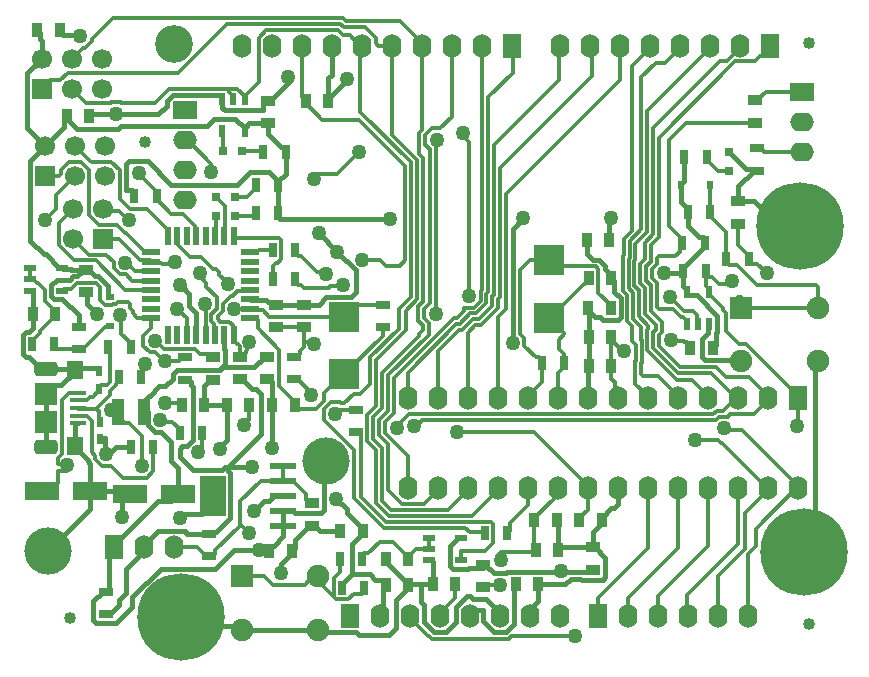
<source format=gtl>
G04*
G04 #@! TF.GenerationSoftware,Altium Limited,Altium Designer,24.9.1 (31)*
G04*
G04 Layer_Physical_Order=1*
G04 Layer_Color=255*
%FSLAX44Y44*%
%MOMM*%
G71*
G04*
G04 #@! TF.SameCoordinates,CB504186-4DDD-4C07-9CBA-7D3857A53BA6*
G04*
G04*
G04 #@! TF.FilePolarity,Positive*
G04*
G01*
G75*
%ADD16R,0.7000X1.3000*%
%ADD17R,1.3000X0.7000*%
%ADD18R,2.2000X3.5000*%
%ADD19R,2.2000X0.6000*%
%ADD20R,0.6000X0.9000*%
%ADD21R,1.3000X0.9000*%
%ADD22R,2.6000X2.5000*%
%ADD23R,0.9000X1.3000*%
%ADD24R,0.5500X1.0000*%
%ADD25R,1.5000X0.5000*%
%ADD26R,0.5000X1.5000*%
%ADD27R,1.0000X2.2000*%
%ADD28R,0.8000X0.8000*%
%ADD29R,0.8000X0.8000*%
%ADD30R,1.4000X1.6000*%
%ADD31R,1.9000X1.9000*%
%ADD32R,1.3500X0.4000*%
%ADD33R,1.0000X0.5500*%
%ADD34R,0.6858X0.5588*%
%ADD35R,0.5588X0.6858*%
%ADD36R,3.0000X1.6000*%
%ADD68C,1.9000*%
%ADD69R,1.9000X1.9000*%
%ADD72C,1.0160*%
%ADD73C,0.3000*%
%ADD74C,0.4000*%
%ADD75R,1.6000X2.0000*%
%ADD76O,1.6000X2.0000*%
%ADD77C,7.4000*%
%ADD78C,3.2000*%
%ADD79C,4.0000*%
%ADD80O,2.0000X1.6000*%
%ADD81R,2.0000X1.6000*%
%ADD82C,1.7000*%
%ADD83R,1.7000X1.7000*%
%ADD84R,1.7000X1.7000*%
G04:AMPARAMS|DCode=85|XSize=2mm|YSize=1.2mm|CornerRadius=0.3mm|HoleSize=0mm|Usage=FLASHONLY|Rotation=0.000|XOffset=0mm|YOffset=0mm|HoleType=Round|Shape=RoundedRectangle|*
%AMROUNDEDRECTD85*
21,1,2.0000,0.6000,0,0,0.0*
21,1,1.4000,1.2000,0,0,0.0*
1,1,0.6000,0.7000,-0.3000*
1,1,0.6000,-0.7000,-0.3000*
1,1,0.6000,-0.7000,0.3000*
1,1,0.6000,0.7000,0.3000*
%
%ADD85ROUNDEDRECTD85*%
%ADD86C,1.2700*%
D16*
X96500Y381000D02*
D03*
X115500D02*
D03*
X199500Y366000D02*
D03*
X218500D02*
D03*
Y390000D02*
D03*
X199500D02*
D03*
X154000Y180000D02*
D03*
X135000D02*
D03*
X74500Y253000D02*
D03*
X93500D02*
D03*
X102500Y227000D02*
D03*
X83500D02*
D03*
X93500Y168000D02*
D03*
X112500D02*
D03*
X214000Y310000D02*
D03*
X233000D02*
D03*
Y335000D02*
D03*
X214000D02*
D03*
X393500Y95000D02*
D03*
X412500D02*
D03*
X580500Y317000D02*
D03*
X561500D02*
D03*
X225000Y418000D02*
D03*
X206000D02*
D03*
X460500Y239000D02*
D03*
X441500D02*
D03*
X581500Y414000D02*
D03*
X562500D02*
D03*
X560500Y341000D02*
D03*
X579500D02*
D03*
X584500Y367000D02*
D03*
X565500D02*
D03*
X272500Y49000D02*
D03*
X291500D02*
D03*
X10000Y255000D02*
D03*
X29000D02*
D03*
X598000Y327000D02*
D03*
X617000D02*
D03*
X289500Y73000D02*
D03*
X270500D02*
D03*
D17*
X140000Y244000D02*
D03*
Y225000D02*
D03*
X307000Y288500D02*
D03*
Y269500D02*
D03*
X624000Y402000D02*
D03*
Y421000D02*
D03*
X50000Y270000D02*
D03*
Y251000D02*
D03*
X284000Y180500D02*
D03*
Y199500D02*
D03*
X232000Y225500D02*
D03*
Y244500D02*
D03*
X73000Y26500D02*
D03*
Y45500D02*
D03*
X160000Y94500D02*
D03*
Y75500D02*
D03*
D18*
X163000Y127000D02*
D03*
D19*
X222750Y152400D02*
D03*
Y139700D02*
D03*
Y127000D02*
D03*
Y114300D02*
D03*
Y101600D02*
D03*
D20*
X67000Y232500D02*
D03*
Y217500D02*
D03*
X68000Y189500D02*
D03*
Y174500D02*
D03*
D21*
X608000Y376000D02*
D03*
Y357000D02*
D03*
X485000Y64000D02*
D03*
Y83000D02*
D03*
X217000Y269500D02*
D03*
Y288500D02*
D03*
X247000Y101500D02*
D03*
Y120500D02*
D03*
X240000Y269500D02*
D03*
Y288500D02*
D03*
X163000Y244000D02*
D03*
Y225000D02*
D03*
X209000Y244500D02*
D03*
Y225500D02*
D03*
X622000Y461500D02*
D03*
Y442500D02*
D03*
X210000Y442000D02*
D03*
Y461000D02*
D03*
X56000Y299000D02*
D03*
Y318000D02*
D03*
X186000Y244500D02*
D03*
Y225500D02*
D03*
X392000Y49500D02*
D03*
Y68500D02*
D03*
D22*
X448000Y326000D02*
D03*
Y277000D02*
D03*
X274000Y229500D02*
D03*
Y278500D02*
D03*
D23*
X473500Y106000D02*
D03*
X492500D02*
D03*
X436500Y81000D02*
D03*
X455500D02*
D03*
X435500Y106000D02*
D03*
X454500D02*
D03*
X500500Y311000D02*
D03*
X481500D02*
D03*
X481000Y286000D02*
D03*
X500000D02*
D03*
X481500Y261000D02*
D03*
X500500D02*
D03*
X481500Y237000D02*
D03*
X500500D02*
D03*
X586500Y252000D02*
D03*
X567500D02*
D03*
X309500Y73000D02*
D03*
X328500D02*
D03*
X230000Y80000D02*
D03*
X211000D02*
D03*
X242000Y461000D02*
D03*
X261000D02*
D03*
X137000Y204000D02*
D03*
X156000D02*
D03*
X39500Y448000D02*
D03*
X58500D02*
D03*
X194000Y204000D02*
D03*
X175000D02*
D03*
X232500D02*
D03*
X213500D02*
D03*
X419500Y52000D02*
D03*
X438500D02*
D03*
X309500Y51000D02*
D03*
X328500D02*
D03*
X368500Y52000D02*
D03*
X349500D02*
D03*
X14500Y521000D02*
D03*
X33500D02*
D03*
X480000Y343000D02*
D03*
X499000D02*
D03*
X271000Y97000D02*
D03*
X290000D02*
D03*
X29500Y281000D02*
D03*
X10500D02*
D03*
D24*
X564500Y272500D02*
D03*
X574000D02*
D03*
X583500D02*
D03*
X564500Y299500D02*
D03*
X583500D02*
D03*
X171000Y436000D02*
D03*
X190000D02*
D03*
X171000Y463000D02*
D03*
X180500D02*
D03*
X190000D02*
D03*
D25*
X111000Y325000D02*
D03*
Y317000D02*
D03*
Y309000D02*
D03*
Y301000D02*
D03*
Y293000D02*
D03*
Y285000D02*
D03*
Y277000D02*
D03*
X195000D02*
D03*
Y285000D02*
D03*
Y293000D02*
D03*
Y301000D02*
D03*
Y309000D02*
D03*
Y317000D02*
D03*
Y325000D02*
D03*
Y333000D02*
D03*
X111000D02*
D03*
D26*
X125000Y263000D02*
D03*
X133000D02*
D03*
X141000D02*
D03*
X149000D02*
D03*
X157000D02*
D03*
X165000D02*
D03*
X173000D02*
D03*
X181000D02*
D03*
Y347000D02*
D03*
X173000D02*
D03*
X165000D02*
D03*
X157000D02*
D03*
X149000D02*
D03*
X141000D02*
D03*
X133000D02*
D03*
X125000D02*
D03*
D27*
X83000Y198000D02*
D03*
X105000D02*
D03*
D28*
X600000Y402000D02*
D03*
Y418000D02*
D03*
D29*
X188000Y419000D02*
D03*
X172000D02*
D03*
X182000Y364000D02*
D03*
X166000D02*
D03*
X182000Y380000D02*
D03*
X166000D02*
D03*
D30*
X46505Y169000D02*
D03*
Y233000D02*
D03*
D31*
X22005Y189000D02*
D03*
Y213000D02*
D03*
D32*
X48755Y188000D02*
D03*
Y194500D02*
D03*
Y201000D02*
D03*
Y207500D02*
D03*
Y214000D02*
D03*
D33*
X35500Y300500D02*
D03*
Y319500D02*
D03*
X8500Y300500D02*
D03*
Y310000D02*
D03*
Y319500D02*
D03*
X373000Y72000D02*
D03*
Y91000D02*
D03*
X346000Y72000D02*
D03*
Y81500D02*
D03*
Y91000D02*
D03*
D34*
X76000Y295192D02*
D03*
Y270808D02*
D03*
D35*
X559808Y390000D02*
D03*
X584192D02*
D03*
D36*
X18500Y131000D02*
D03*
X59500D02*
D03*
X134000Y128000D02*
D03*
X93000D02*
D03*
D68*
X610500Y240500D02*
D03*
X675500D02*
D03*
Y285500D02*
D03*
X252500Y58500D02*
D03*
Y13500D02*
D03*
X187500D02*
D03*
D69*
X610500Y285500D02*
D03*
X187500Y58500D02*
D03*
D72*
X42000Y23000D02*
D03*
X106000Y426000D02*
D03*
X668000Y510000D02*
D03*
Y18000D02*
D03*
D73*
X134250Y241250D02*
X137000Y244000D01*
X140000D01*
X123000Y241250D02*
X134250D01*
X110070Y248150D02*
X114556D01*
X121456Y241250D01*
X123000D01*
X147850Y251100D02*
X151950Y247000D01*
X121950Y251100D02*
X147850D01*
X115050Y258000D02*
X121950Y251100D01*
X104078Y231760D02*
Y236722D01*
Y231760D02*
X104169Y231669D01*
X104078Y236722D02*
X105656Y238300D01*
X102500Y230000D02*
X104169Y231669D01*
X102500Y227000D02*
Y230000D01*
X104300Y253920D02*
Y262080D01*
X111000Y268780D02*
Y277000D01*
X104300Y262080D02*
X111000Y268780D01*
X114150Y258000D02*
X115050D01*
X104300Y253920D02*
X110070Y248150D01*
X78052Y288125D02*
X78825Y288898D01*
X80879D02*
X82981Y291000D01*
X85400Y264100D02*
Y279410D01*
X84903Y279907D02*
X85400Y279410D01*
X71894Y288125D02*
X78052D01*
X78825Y288898D02*
X80879D01*
X82981Y291000D02*
X91133D01*
X370200Y181100D02*
X434700D01*
X370000Y180900D02*
X370200Y181100D01*
X335645Y186101D02*
X340295Y190750D01*
X588784D01*
X591798Y193764D01*
X434700Y181100D02*
X480550Y135250D01*
X586913Y195950D02*
X589727Y198764D01*
X591798Y193764D02*
X598935D01*
X348787Y195950D02*
X586913D01*
X348786Y195951D02*
X348787Y195950D01*
X589727Y198764D02*
X595346D01*
X328941Y195951D02*
X348786D01*
X333399Y186101D02*
X335645D01*
X296650Y244200D02*
X320500Y268050D01*
Y284643D02*
X331000Y295143D01*
X320500Y268050D02*
Y284643D01*
X301650Y242129D02*
X326500Y266979D01*
Y283572D02*
X336000Y293072D01*
X326500Y266979D02*
Y283572D01*
X541150Y253992D02*
X559107Y236035D01*
X536150Y251921D02*
Y265151D01*
X526150Y239149D02*
Y258851D01*
X552350Y257650D02*
X561850D01*
X551000Y259000D02*
X552350Y257650D01*
X541150Y253992D02*
Y263080D01*
X518000Y257507D02*
X521150Y254357D01*
X531150Y249850D02*
Y267222D01*
X521150Y241220D02*
Y254357D01*
X518000Y257507D02*
Y270645D01*
X531150Y249850D02*
X556031Y224969D01*
X536150Y251921D02*
X557035Y231035D01*
X500500Y259000D02*
X510500Y249000D01*
X541150Y263080D02*
X543172Y265102D01*
X510500Y249000D02*
X511300D01*
X187500Y101500D02*
X194000Y95000D01*
X194000D01*
X411160Y284946D02*
Y382160D01*
X401160Y297018D02*
Y424160D01*
X391160Y301160D02*
Y508000D01*
X396160Y299089D02*
Y464160D01*
X406160Y294947D02*
Y404160D01*
X389850Y299850D02*
X391160Y301160D01*
X389850Y291920D02*
Y299850D01*
X394850Y297779D02*
X396160Y299089D01*
X394850Y289849D02*
Y297779D01*
X399850Y287778D02*
Y295708D01*
X401160Y297018D01*
X423525Y263405D02*
Y317525D01*
Y263405D02*
X426850Y260080D01*
Y253650D02*
Y260080D01*
Y253650D02*
X436500Y244000D01*
X257463Y316537D02*
X259319Y314681D01*
X251462Y316537D02*
X257463D01*
X238000Y330000D02*
X251462Y316537D01*
X246681Y212318D02*
Y213818D01*
X235000Y225500D02*
X246681Y213818D01*
X268000Y196000D02*
X271500Y199500D01*
X267000Y196000D02*
X268000D01*
X77351Y199421D02*
X88772Y188000D01*
X64500Y200500D02*
X75750Y211750D01*
X66500Y191000D02*
Y198500D01*
X64500Y200500D02*
X66500Y198500D01*
X151000Y164000D02*
X152243D01*
X154000Y165757D01*
Y180000D01*
X32151Y148000D02*
X40000D01*
X32000Y153477D02*
Y158803D01*
Y153477D02*
X39173D01*
X40000Y152650D01*
X61550Y210550D02*
X67000Y216000D01*
X59005Y210550D02*
X61550D01*
X67000Y216000D02*
Y217500D01*
Y219000D02*
X68500Y220500D01*
X73500D01*
X76000Y223000D01*
X67000Y217500D02*
Y219000D01*
X76000Y223000D02*
Y251500D01*
X74500Y253000D02*
X76000Y251500D01*
X81000Y221500D02*
X83500Y224000D01*
X75750Y215679D02*
X81000Y220929D01*
Y221500D01*
X75750Y211750D02*
Y215679D01*
X92890Y285813D02*
X95775Y282928D01*
X88950Y301000D02*
X111000D01*
X63950Y326000D02*
X88950Y301000D01*
X92890Y285813D02*
Y289243D01*
X91133Y291000D02*
X92890Y289243D01*
X92000Y188000D02*
X103000Y177000D01*
X77080Y152150D02*
X87080Y142150D01*
X103000Y152000D02*
Y177000D01*
X107080Y142150D02*
X112850Y147920D01*
Y167650D01*
X112500Y168000D02*
X112850Y167650D01*
X87080Y142150D02*
X107080D01*
X68920Y152150D02*
X77080D01*
X88772Y188000D02*
X92000D01*
X66500Y191000D02*
X68000Y189500D01*
X49255Y200500D02*
X64500D01*
X83500Y224000D02*
Y227000D01*
X56455Y194000D02*
X60500Y189955D01*
Y163500D02*
Y189955D01*
X63150Y157920D02*
Y160850D01*
X60500Y163500D02*
X63150Y160850D01*
Y157920D02*
X68920Y152150D01*
X49255Y194000D02*
X56455D01*
X32000Y137500D02*
Y148151D01*
X32151Y148000D01*
X56455Y208000D02*
X59005Y210550D01*
X49255Y208000D02*
X56455D01*
X48755Y207500D02*
X49255Y208000D01*
X48755Y201000D02*
X49255Y200500D01*
X288000Y452000D02*
Y506440D01*
X289560Y508000D01*
X261300Y303000D02*
X262800Y304500D01*
X240000Y303000D02*
X261300D01*
X272800Y304500D02*
X273650Y305350D01*
X262800Y304500D02*
X272800D01*
X235000Y305000D02*
X238000D01*
X233000Y307000D02*
X235000Y305000D01*
X238000D02*
X240000Y303000D01*
X233000Y307000D02*
Y310000D01*
X304347Y326819D02*
X309631Y321535D01*
X289818Y326819D02*
X304347D01*
X309631Y321535D02*
X321535D01*
X221000Y327050D02*
Y342950D01*
X218950Y345000D02*
X221000Y342950D01*
X144250Y328800D02*
X152825D01*
X171367Y289367D02*
X178197Y296197D01*
X166206Y318550D02*
X168575Y316181D01*
X134000Y339050D02*
X144250Y328800D01*
X168575Y314060D02*
X175906Y306728D01*
X168575Y314060D02*
Y316181D01*
X152825Y328800D02*
X163075Y318550D01*
X157753Y303292D02*
X166367Y294678D01*
X157753Y303292D02*
Y307317D01*
X194000Y300000D02*
X195000Y301000D01*
X183789Y300000D02*
X194000D01*
X178197Y296197D02*
X179986D01*
X175906Y306047D02*
Y306728D01*
X163075Y318550D02*
X166206D01*
X179986Y296197D02*
X183789Y300000D01*
X152345Y312725D02*
Y315350D01*
Y312725D02*
X157753Y307317D01*
X120150Y323000D02*
X129300D01*
X131000Y324700D01*
X166367Y284920D02*
Y294678D01*
X167257Y276253D02*
X169510Y274000D01*
X194000Y285000D02*
X194500Y285500D01*
X157000Y265000D02*
Y288517D01*
X181217Y285000D02*
X194000D01*
X167257Y276253D02*
Y278739D01*
X162000Y280553D02*
X166367Y284920D01*
X162000Y274439D02*
Y280553D01*
X167257Y278739D02*
X171367Y282849D01*
X156517Y289000D02*
X157000Y288517D01*
X171367Y282849D02*
Y289367D01*
X180000Y264000D02*
Y270950D01*
X169510Y274000D02*
X176950D01*
X162000Y274439D02*
X164000Y272439D01*
X176950Y274000D02*
X180000Y270950D01*
X164000Y264000D02*
Y272439D01*
Y264000D02*
X165000Y263000D01*
X133000Y285000D02*
X141000Y277000D01*
X44000Y497000D02*
X44000D01*
X53150Y506150D02*
X55080D01*
X60850Y513850D02*
X78500Y531500D01*
X55080Y506150D02*
X60850Y511920D01*
Y513850D01*
X44000Y497000D02*
X53150Y506150D01*
X118350Y191055D02*
X120162Y189243D01*
X136000Y205000D02*
X137000Y204000D01*
X123000Y205000D02*
X136000D01*
X120162Y189243D02*
X128757D01*
X135000Y183000D01*
X125765Y471500D02*
X175200D01*
X113865Y459600D02*
X125765Y471500D01*
X85330Y459600D02*
X113865D01*
X76920Y459850D02*
X85080D01*
X85330Y459600D01*
X76670D02*
X76920Y459850D01*
X56000Y459600D02*
X76670D01*
X21000Y360000D02*
X30400Y369400D01*
X21000Y360000D02*
Y360000D01*
X30400Y381600D02*
X46400Y397600D01*
X30400Y369400D02*
Y381600D01*
X67536Y292484D02*
X71894Y288125D01*
X63950Y307000D02*
X67536Y303414D01*
Y292484D02*
Y303414D01*
X48050Y307000D02*
X63950D01*
X36750Y301750D02*
X42800D01*
X35500Y300500D02*
X36750Y301750D01*
X42800D02*
X48050Y307000D01*
X95775Y281643D02*
X97250Y280167D01*
X95775Y281643D02*
Y282928D01*
X53000Y251000D02*
X71514Y269514D01*
X97250Y278757D02*
X99008Y277000D01*
X97250Y278757D02*
Y280167D01*
X71514Y269514D02*
X74706D01*
X76000Y270808D01*
X50000Y251000D02*
X53000D01*
X31000D02*
X50000D01*
X16993Y264993D02*
Y266493D01*
X10000Y258000D02*
X16993Y264993D01*
Y266493D02*
X29500Y279000D01*
X10000Y255000D02*
Y258000D01*
X35505Y162308D02*
Y207950D01*
X32000Y158803D02*
X35505Y162308D01*
X25500Y131000D02*
X32000Y137500D01*
X18500Y131000D02*
X25500D01*
X35505Y207950D02*
X41055Y213500D01*
X85400Y264100D02*
X93500Y256000D01*
X213965Y51150D02*
X240820D01*
X248170Y58500D01*
X187500D02*
X206615D01*
X213965Y51150D01*
X248170Y58500D02*
X252500D01*
X165000Y80500D02*
X186000Y101500D01*
X157000Y75500D02*
X160000D01*
X163000D02*
X165000Y77500D01*
Y80500D01*
X160000Y75500D02*
X163000D01*
X315500Y88000D02*
X328500Y75000D01*
Y73000D02*
Y75000D01*
X294500Y78000D02*
X304500Y88000D01*
X315500D01*
X289500Y73000D02*
Y76000D01*
X291500Y78000D01*
X294500D01*
X392000Y49500D02*
X393800Y51300D01*
X406650D01*
X406850Y72000D02*
Y73635D01*
X404243Y76243D02*
X406850Y73635D01*
X404243Y76243D02*
X407000Y79000D01*
X434500D01*
X310108Y104750D02*
X371950D01*
X308037Y99750D02*
X376950D01*
X335234Y115000D02*
X362700D01*
X371950Y104750D02*
X388300D01*
X334985Y114750D02*
X335234Y115000D01*
X312179Y109750D02*
X337056D01*
X282500Y125287D02*
X308037Y99750D01*
X337305Y110000D02*
X380071D01*
X362700Y115000D02*
X378950Y131250D01*
X306650Y122350D02*
X314250Y114750D01*
X301650Y120279D02*
X312179Y109750D01*
X337056D02*
X337305Y110000D01*
X314250Y114750D02*
X334985D01*
X311650Y131487D02*
X323387Y119750D01*
X332913D02*
X333163Y120000D01*
X323387Y119750D02*
X332913D01*
X289000Y125858D02*
X310108Y104750D01*
X333163Y120000D02*
X342300D01*
X353550Y131250D01*
Y133250D01*
X382850Y109750D02*
X404350Y131250D01*
X380071Y110000D02*
X380321Y109750D01*
X382850D01*
X311650Y131487D02*
Y170199D01*
X282500Y125287D02*
Y165734D01*
X376950Y99750D02*
X380700Y96000D01*
X306650Y122350D02*
Y167278D01*
X289000Y125858D02*
Y178500D01*
X392500Y96000D02*
X393500Y95000D01*
X380700Y96000D02*
X392500D01*
X335000Y81500D02*
X346000D01*
X328500Y75000D02*
X335000Y81500D01*
X388300Y104750D02*
X388550Y105000D01*
X400500Y87050D02*
Y102950D01*
X388550Y105000D02*
X398450D01*
X252500Y58500D02*
X255561Y55438D01*
X413649Y5900D02*
X415749Y8000D01*
X348351Y5900D02*
X413649D01*
X346251Y8000D02*
X348351Y5900D01*
X345600Y8000D02*
X346251D01*
X368500Y40300D02*
Y52000D01*
X355600Y27400D02*
X368500Y40300D01*
X355600Y25400D02*
Y27400D01*
X595346Y198764D02*
X606032Y209450D01*
X598935Y193764D02*
X601121Y195950D01*
X595878Y183914D02*
X597470Y182321D01*
X611279D01*
X415749Y8000D02*
X470000D01*
X373500Y79750D02*
X393200D01*
X301650Y120279D02*
Y165207D01*
X257150Y191084D02*
Y200080D01*
X398450Y105000D02*
X400500Y102950D01*
X393200Y79750D02*
X400500Y87050D01*
X373000Y79250D02*
X373500Y79750D01*
X34029Y478600D02*
X40429Y485000D01*
X133577D01*
X78500Y531500D02*
X273065D01*
X18600Y471600D02*
X25600Y478600D01*
X34029D01*
X133577Y485000D02*
X175077Y526500D01*
X205550Y284000D02*
X211050Y278500D01*
X194500Y285500D02*
X196000Y284000D01*
X205550D01*
X318850Y184850D02*
X319000Y185000D01*
X318850Y184000D02*
Y184850D01*
X319000Y185000D02*
Y186010D01*
X328941Y195951D01*
X186000Y101500D02*
X187500D01*
X575994Y231000D02*
X585000D01*
X575958Y231035D02*
X575994Y231000D01*
X585000D02*
X606550Y209450D01*
X578030Y236035D02*
X578065Y236000D01*
X589000D02*
X598000Y227000D01*
X578065Y236000D02*
X589000D01*
X557035Y231035D02*
X575958D01*
X559107Y236035D02*
X578030D01*
X598000Y227000D02*
X617400D01*
X456150Y250920D02*
Y259080D01*
X460500Y263430D01*
Y239000D02*
Y246570D01*
Y263430D02*
Y265000D01*
X456150Y250920D02*
X460500Y246570D01*
X99008Y277000D02*
X111000D01*
X160000Y247000D02*
X163000Y244000D01*
X151950Y247000D02*
X160000D01*
X330200Y23400D02*
X345600Y8000D01*
X100350Y399150D02*
Y399650D01*
Y399150D02*
X115500Y384000D01*
X84160Y378390D02*
Y402210D01*
X115500Y381000D02*
Y384000D01*
X76771Y409600D02*
X84160Y402210D01*
X60471Y409600D02*
X76771D01*
X115500Y378000D02*
Y381000D01*
X84160Y378390D02*
X92700Y369850D01*
X162000Y401000D02*
Y407700D01*
X180000Y264000D02*
X181000Y263000D01*
X141000D02*
Y277000D01*
X257150Y191084D02*
X282500Y165734D01*
X271080Y205850D02*
X271998Y204932D01*
X235500Y200150D02*
X250149D01*
X232500Y203150D02*
Y204000D01*
X262920Y205850D02*
X271080D01*
X274483Y204932D02*
X282625Y213075D01*
X250149Y200150D02*
X257384Y207386D01*
X257150Y200080D02*
X262920Y205850D01*
X257384Y213384D02*
X273500Y229500D01*
X257384Y207386D02*
Y213384D01*
X271998Y204932D02*
X274483D01*
X296650Y221700D02*
Y244200D01*
X288025Y213075D02*
X296650Y221700D01*
X282625Y213075D02*
X288025D01*
X271500Y199500D02*
X284000D01*
X240144Y256856D02*
X247144D01*
X240000Y257000D02*
X240144Y256856D01*
X247144D02*
X249000Y255000D01*
X429750Y118750D02*
Y133250D01*
X435500Y108000D02*
X452663Y125163D01*
X414500Y103500D02*
X429750Y118750D01*
X435500Y82000D02*
Y106000D01*
Y108000D01*
X434500Y79000D02*
X436500Y81000D01*
X373000Y72000D02*
Y79250D01*
X378950Y131250D02*
Y133250D01*
X245000Y120500D02*
X247000D01*
X242000Y123500D02*
X245000Y120500D01*
X242000Y123500D02*
Y128450D01*
X230750Y139700D02*
X242000Y128450D01*
X222750Y139700D02*
X230750D01*
X222750D02*
Y152400D01*
X265500Y41050D02*
Y56950D01*
Y41050D02*
X267550Y39000D01*
X270500Y61950D02*
Y73000D01*
X265500Y56950D02*
X270500Y61950D01*
X255561Y50989D02*
X265500Y41050D01*
X193000Y256563D02*
X193732Y257295D01*
X193000Y251500D02*
Y256563D01*
X201000Y268450D02*
X219000Y250450D01*
Y219500D02*
Y250450D01*
X240000Y257000D02*
Y269500D01*
Y252500D02*
Y257000D01*
X201000Y268450D02*
Y276000D01*
X186000Y244500D02*
X188000D01*
X191000Y247500D01*
Y249500D01*
X193000Y251500D01*
X181000Y258000D02*
X183743Y255257D01*
X184243D01*
X186000Y253500D01*
Y244500D02*
Y253500D01*
X181000Y258000D02*
Y263000D01*
X189783Y187058D02*
X194000Y191275D01*
X189352Y187058D02*
X189783D01*
X194000Y191275D02*
Y204000D01*
X273500Y229500D02*
X274500D01*
X232000Y225500D02*
X235000D01*
X232500Y203150D02*
X235500Y200150D01*
X219000Y219500D02*
X232500Y206000D01*
X186000Y122000D02*
X203700Y139700D01*
X186000Y101500D02*
Y122000D01*
X217000Y269500D02*
X240000D01*
X235000Y244500D02*
X237000Y246500D01*
Y249500D01*
X232000Y244500D02*
X235000D01*
X237000Y249500D02*
X240000Y252500D01*
X41055Y213500D02*
X48255D01*
X48755Y214000D01*
X203700Y139700D02*
X222750D01*
X149500Y83000D02*
X157000Y75500D01*
X130400Y83000D02*
X149500D01*
X14950Y306750D02*
X21000Y300700D01*
Y291500D02*
Y300700D01*
Y291500D02*
X29500Y283000D01*
Y279000D02*
Y283000D01*
X171500Y419500D02*
Y435500D01*
X171000Y436000D02*
X171500Y435500D01*
Y419500D02*
X172000Y419000D01*
X188000D02*
X205000D01*
X206000Y418000D01*
X58400Y364429D02*
Y402570D01*
X93500Y253000D02*
Y256000D01*
X195000Y277000D02*
X200000D01*
X201000Y276000D01*
X134000Y339050D02*
Y346000D01*
X112000Y324000D02*
X119150D01*
X120150Y323000D01*
X110000Y326000D02*
X111000Y325000D01*
X112000Y324000D01*
X137550Y365400D02*
X148000Y354950D01*
X115500Y378000D02*
X128100Y365400D01*
X137550D01*
X148000Y348000D02*
Y354950D01*
X142000Y427700D02*
X162000Y407700D01*
X140000Y427700D02*
X142000D01*
X133000Y347000D02*
X134000Y346000D01*
X135000Y180000D02*
Y183000D01*
X284000Y180500D02*
X287000D01*
X289000Y178500D01*
X294000Y172857D02*
Y195143D01*
Y172857D02*
X301650Y165207D01*
X299000Y174928D02*
X306650Y167278D01*
X304000Y177849D02*
X311650Y170199D01*
X309000Y179920D02*
Y188930D01*
X299000Y174928D02*
Y193072D01*
X304000Y177849D02*
Y191001D01*
X309000Y179920D02*
X328150Y160770D01*
X294000Y195143D02*
X301650Y202793D01*
Y242129D01*
X106000Y333000D02*
X111000D01*
X89785Y349215D02*
X106000Y333000D01*
X88855Y349215D02*
X89785D01*
X82070Y356000D02*
X88855Y349215D01*
X66830Y356000D02*
X82070D01*
X58400Y364429D02*
X66830Y356000D01*
X51371Y409600D02*
X58400Y402570D01*
X41430Y409600D02*
X51371D01*
X34400Y402570D02*
X41430Y409600D01*
X34400Y399357D02*
Y402570D01*
X32643Y397600D02*
X34400Y399357D01*
X21000Y397600D02*
X32643D01*
X46400Y423000D02*
X58915Y410485D01*
X59586D02*
X60471Y409600D01*
X58915Y410485D02*
X59586D01*
X83400Y344000D02*
X101400Y326000D01*
X70400Y344000D02*
X83400D01*
X500500Y237000D02*
Y259000D01*
Y261000D01*
X521000Y221800D02*
Y241070D01*
X521150Y241220D01*
X521000Y221800D02*
X531350Y211450D01*
X526000Y238999D02*
X526150Y239149D01*
X526000Y229757D02*
Y238999D01*
Y259001D02*
Y269716D01*
Y259001D02*
X526150Y258851D01*
X536150Y265151D02*
X538172Y267173D01*
X543172Y265102D02*
Y273757D01*
X534000Y282929D02*
X543172Y273757D01*
X515150Y302636D02*
X519000Y298786D01*
X526000Y229757D02*
X527757Y228000D01*
X556031Y224969D02*
X568631D01*
X519000Y276716D02*
X526000Y269716D01*
X567500Y252000D02*
Y254000D01*
X562500Y257000D02*
X564500D01*
X561850Y257650D02*
X562500Y257000D01*
X531150Y267222D02*
X532000Y268072D01*
Y270787D01*
X564500Y257000D02*
X567500Y254000D01*
X538172Y267173D02*
Y271686D01*
X617000Y324672D02*
X619000Y322672D01*
X624328D02*
X632000Y315000D01*
X617000Y324672D02*
Y327000D01*
X619000Y322672D02*
X624328D01*
X607000Y322000D02*
X623850Y305150D01*
X673743D01*
X675500Y303393D01*
Y285500D02*
Y303393D01*
X601144Y306494D02*
X603000Y308350D01*
X591500Y306000D02*
X594500D01*
X594994Y306494D01*
X601144D01*
X550000Y295000D02*
X562000Y283000D01*
X561250Y278000D02*
X564500Y274750D01*
X540757Y285000D02*
X552929D01*
X559929Y278000D01*
X561250D01*
X562000Y283000D02*
X570000D01*
X539000Y286757D02*
Y307070D01*
X534000Y282929D02*
Y304999D01*
X516000Y328214D02*
Y342284D01*
X519000Y276716D02*
Y298786D01*
X514000Y274645D02*
Y296715D01*
X530150Y321151D02*
X534000Y325001D01*
X525150Y306778D02*
X529000Y302928D01*
X516000Y342284D02*
X526000Y352284D01*
X529000Y280858D02*
Y302928D01*
X535150Y310920D02*
X539000Y307070D01*
X520150Y304707D02*
X524000Y300857D01*
Y278787D02*
Y300857D01*
X510150Y300565D02*
X514000Y296715D01*
X515150Y302636D02*
Y327364D01*
X520150Y304707D02*
Y325293D01*
X511000Y330285D02*
Y344355D01*
X518000Y351355D01*
X530150Y308849D02*
X534000Y304999D01*
X521000Y340213D02*
X531000Y350213D01*
X520150Y325293D02*
X521000Y326143D01*
X535150Y319080D02*
X539000Y322930D01*
X510150Y300565D02*
Y329435D01*
X511000Y330285D01*
X515150Y327364D02*
X516000Y328214D01*
X521000Y326143D02*
Y340213D01*
X539000Y286757D02*
X540757Y285000D01*
X525150Y323222D02*
X529000Y327072D01*
X564500Y272500D02*
Y274750D01*
X570000Y283000D02*
X572750Y280250D01*
Y273750D02*
Y280250D01*
X583500Y297250D02*
Y299500D01*
Y297250D02*
X595000Y285750D01*
X583500Y299500D02*
Y301750D01*
X595000Y284050D02*
X597500Y281550D01*
X595000Y284050D02*
Y285750D01*
X572750Y273750D02*
X574000Y272500D01*
X582500Y312000D02*
X585500D01*
X591500Y306000D01*
X580500Y314000D02*
X582500Y312000D01*
X211050Y278500D02*
X274000D01*
X232500Y204000D02*
Y206000D01*
X183750Y471500D02*
X190000Y465250D01*
X175200Y471500D02*
X183750D01*
X190000Y463000D02*
Y465250D01*
X125000Y347000D02*
Y352000D01*
X92700Y369850D02*
X107150D01*
X125000Y352000D01*
X91000Y360000D02*
X92000D01*
X83400Y367600D02*
X91000Y360000D01*
X581500Y411000D02*
X590500Y402000D01*
X600000D01*
X581500Y411000D02*
Y414000D01*
X503463Y211937D02*
Y223037D01*
X500500Y226000D02*
X503463Y223037D01*
Y211937D02*
X505950Y209450D01*
X500500Y226000D02*
Y237000D01*
X480550Y115050D02*
Y133250D01*
X473500Y106000D02*
Y108000D01*
X480550Y115050D01*
X435500Y82000D02*
X436500Y81000D01*
X412500Y95000D02*
X414500Y97000D01*
Y103500D01*
X452663Y125163D02*
Y130763D01*
X455150Y133250D01*
X346000Y81500D02*
Y91000D01*
X448000Y326000D02*
X453000Y321000D01*
X487450D01*
X489500Y318950D01*
Y298500D02*
X500000Y288000D01*
X489500Y298500D02*
Y318950D01*
X500000Y286000D02*
Y288000D01*
X525150Y306778D02*
Y323222D01*
X535150Y310920D02*
Y319080D01*
X530150Y308849D02*
Y321151D01*
X539000Y327743D02*
X540757Y329500D01*
X554500D01*
X539000Y322930D02*
Y327743D01*
X518000Y351355D02*
Y490600D01*
X533400Y506000D01*
X534000Y325001D02*
Y339071D01*
X529000Y327072D02*
Y341142D01*
X524000Y278787D02*
X532000Y270787D01*
X529000Y280858D02*
X538172Y271686D01*
X514000Y274645D02*
X518000Y270645D01*
X531000Y350213D02*
Y452800D01*
X526000Y481000D02*
X538256Y493256D01*
X531000Y452800D02*
X584200Y506000D01*
X526000Y352284D02*
Y481000D01*
X536000Y438000D02*
X593000Y495000D01*
X527757Y228000D02*
X540200D01*
X536000Y348142D02*
Y438000D01*
X529000Y341142D02*
X536000Y348142D01*
X148000Y348000D02*
X149000Y347000D01*
X181000Y346000D02*
Y347000D01*
Y346000D02*
X182000Y345000D01*
X218950D01*
X217025Y324025D02*
X217975D01*
X214000Y321000D02*
X217025Y324025D01*
X214000Y310000D02*
Y321000D01*
X217975Y324025D02*
X221000Y327050D01*
X200000Y333000D02*
X202000Y335000D01*
X195000Y333000D02*
X200000D01*
X202000Y335000D02*
X214000D01*
X199500Y387000D02*
Y390000D01*
X192500Y380000D02*
X199500Y387000D01*
X182000Y380000D02*
X192500D01*
X182000Y364000D02*
X197500D01*
X199500Y366000D01*
X173000Y347000D02*
X173500Y347500D01*
Y372500D01*
X166000Y380000D02*
X173500Y372500D01*
X165500Y347500D02*
Y363500D01*
X166000Y364000D01*
X165000Y347000D02*
X165500Y347500D01*
X44000Y471600D02*
X56000Y459600D01*
X175200Y471500D02*
X177250Y469450D01*
Y468500D02*
Y469450D01*
Y468500D02*
X180500Y465250D01*
Y463000D02*
Y465250D01*
X33000Y357400D02*
X45000Y369400D01*
X33000Y339029D02*
Y357400D01*
X97344Y317000D02*
X111000D01*
X90344Y324000D02*
X97344Y317000D01*
X89000Y324000D02*
X90344D01*
X101400Y326000D02*
X110000D01*
X89575Y314150D02*
X94725Y309000D01*
X79150Y319920D02*
X84920Y314150D01*
X89575D01*
X72725Y331000D02*
X79150Y324575D01*
Y319920D02*
Y324575D01*
X70400Y369400D02*
X72200Y367600D01*
X83400D01*
X94725Y309000D02*
X111000D01*
X58000Y331000D02*
X72725D01*
X46029Y326000D02*
X63950D01*
X45000Y344000D02*
X58000Y331000D01*
X33000Y339029D02*
X46029Y326000D01*
X274000Y278500D02*
X284000Y288500D01*
X307000D01*
X274500Y229500D02*
X307000Y262000D01*
Y269500D01*
X29000Y253000D02*
Y255000D01*
Y253000D02*
X31000Y251000D01*
X8500Y310000D02*
X10750D01*
X14000Y306750D01*
X14950D01*
X8500Y310000D02*
Y319500D01*
X48755Y194500D02*
X49255Y194000D01*
X255561Y50989D02*
Y55438D01*
X267550Y39000D02*
X277450D01*
X282450Y44000D01*
X289500D01*
X291500Y46000D02*
Y49000D01*
X289500Y44000D02*
X291500Y46000D01*
X175077Y526500D02*
X270994D01*
X273065Y531500D02*
X276066Y528500D01*
X208597Y521500D02*
X268923D01*
X201860Y477110D02*
Y514763D01*
X208597Y521500D01*
X270994Y526500D02*
X273994Y523500D01*
X268923Y521500D02*
X273430Y516994D01*
X273994Y523500D02*
X292323D01*
X301060Y509757D02*
Y514763D01*
X302817Y508000D02*
X314960D01*
X273430Y516994D02*
X279049D01*
X292323Y523500D02*
X301060Y514763D01*
Y509757D02*
X302817Y508000D01*
X279049Y516994D02*
X288042Y508000D01*
X289560D01*
X276066Y528500D02*
X321860D01*
X190000Y465250D02*
X201860Y477110D01*
X321860Y528500D02*
X340360Y510000D01*
Y508000D02*
Y510000D01*
X330200Y23400D02*
Y25400D01*
X658000Y186000D02*
Y189000D01*
X658350Y189350D01*
Y209450D01*
X606550D02*
X607550D01*
X606032D02*
X606550D01*
X233000Y332000D02*
X235000Y330000D01*
X233000Y332000D02*
Y335000D01*
X235000Y330000D02*
X238000D01*
X328150Y133250D02*
Y160770D01*
X316650Y196580D02*
Y226579D01*
X309000Y188930D02*
X316650Y196580D01*
X304000Y191001D02*
X311650Y198651D01*
Y228650D01*
X306650Y200722D02*
Y230721D01*
X299000Y193072D02*
X306650Y200722D01*
X571000Y174000D02*
X590958D01*
X593549Y171409D01*
X594453D02*
X632612Y133250D01*
X593549Y171409D02*
X594453D01*
X601121Y195950D02*
X621450D01*
X404350Y209450D02*
Y278136D01*
X411160Y284946D01*
X378950Y209450D02*
Y264807D01*
X385293Y271150D01*
X371363Y267150D02*
X374222D01*
X370080Y277150D02*
X375850Y282920D01*
X328150Y231008D02*
X369292Y272150D01*
X372151D02*
X381151Y281150D01*
X369292Y272150D02*
X372151D01*
X367221Y277150D02*
X370080D01*
X316650Y226579D02*
X367221Y277150D01*
X353550Y249337D02*
X371363Y267150D01*
X374222D02*
X383222Y276150D01*
X404850Y285707D02*
Y293637D01*
X385293Y271150D02*
X390293D01*
X404850Y285707D01*
Y293637D02*
X406160Y294947D01*
X411160Y382160D02*
X508000Y479000D01*
X352000Y427000D02*
X353000Y428000D01*
X352000Y281000D02*
Y427000D01*
X621450Y195950D02*
X632950Y207450D01*
Y209450D01*
X611279Y182321D02*
X658350Y135250D01*
X632950Y131250D02*
Y133250D01*
X632612D02*
X632950D01*
X251757Y399000D02*
X268000D01*
X249000Y396243D02*
X251757Y399000D01*
X249000Y395000D02*
Y396243D01*
X268000Y399000D02*
X287000Y418000D01*
X375000Y431375D02*
X380000Y426375D01*
X375000Y431375D02*
Y434000D01*
X348920Y437850D02*
X355779D01*
X311650Y228650D02*
X346000Y263000D01*
X338150Y415992D02*
Y434151D01*
X340360Y436361D02*
Y508000D01*
X343150Y432080D02*
X348920Y437850D01*
X343150Y423920D02*
X347000Y420070D01*
X338150Y434151D02*
X340360Y436361D01*
X342150Y285080D02*
X347000Y289930D01*
X343150Y423920D02*
Y432080D01*
X355779Y437850D02*
X365760Y447831D01*
X347000Y289930D02*
Y420070D01*
X365760Y447831D02*
Y508000D01*
X338150Y415992D02*
X341000Y413142D01*
X337150Y274849D02*
X341000Y270999D01*
X326000Y326000D02*
Y406000D01*
X336000Y293072D02*
Y411071D01*
X341000Y291001D02*
Y413142D01*
X331000Y295143D02*
Y409000D01*
X380000Y296000D02*
Y426375D01*
X381151Y281150D02*
X386151D01*
X394850Y289849D01*
X376150Y286150D02*
X384080D01*
X388222Y276150D02*
X399850Y287778D01*
X383222Y276150D02*
X388222D01*
X384080Y286150D02*
X389850Y291920D01*
X375850Y285850D02*
X376150Y286150D01*
X375850Y282920D02*
Y285850D01*
X346000Y263000D02*
Y273070D01*
X341000Y266858D02*
Y270999D01*
X337150Y274849D02*
Y287151D01*
X342150Y276920D02*
Y285080D01*
X337150Y287151D02*
X341000Y291001D01*
X342150Y276920D02*
X346000Y273070D01*
X328150Y209450D02*
Y231008D01*
X353550Y209450D02*
Y249337D01*
X239000Y464000D02*
X242000Y461000D01*
X239000Y464000D02*
Y507760D01*
X238760Y508000D02*
X239000Y507760D01*
X242000Y459000D02*
Y461000D01*
Y459000D02*
X256000Y445000D01*
X287000D01*
X326000Y406000D01*
X288000Y452000D02*
X331000Y409000D01*
X314960Y432111D02*
X336000Y411071D01*
X314960Y432111D02*
Y508000D01*
X321535Y321535D02*
X326000Y326000D01*
X554500Y329500D02*
X558500Y333500D01*
X534000Y339071D02*
X541000Y346071D01*
Y430000D02*
X605500Y494500D01*
X541000Y346071D02*
Y430000D01*
X558500Y333500D02*
Y339000D01*
X560500Y341000D01*
X549000Y355500D02*
X560500Y344000D01*
X549000Y355500D02*
Y428000D01*
X563500Y442500D01*
X406160Y404160D02*
X484000Y482000D01*
X401160Y424160D02*
X456000Y479000D01*
X338000Y263858D02*
X341000Y266858D01*
X338000Y262071D02*
Y263858D01*
X306650Y230721D02*
X338000Y262071D01*
X658350Y133250D02*
Y135250D01*
X423525Y317525D02*
X432000Y326000D01*
X624000Y461500D02*
X631500Y469000D01*
X662000D01*
X614863Y495000D02*
X622000D01*
X626500Y499500D01*
X628500D01*
X560500Y341000D02*
Y344000D01*
X563500Y442500D02*
X622000D01*
X580500Y304750D02*
Y314000D01*
Y317000D01*
X610500Y285500D02*
X675500D01*
X608000Y295000D02*
X610500D01*
X598000Y324000D02*
Y327000D01*
X608600Y255400D02*
X614400D01*
X597500Y266500D02*
X608600Y255400D01*
X597500Y266500D02*
Y281550D01*
X622000Y461500D02*
X624000D01*
Y421000D02*
X627000D01*
X629800Y418200D01*
X662000D01*
X608000Y339000D02*
Y357000D01*
Y339000D02*
X617000Y330000D01*
Y327000D02*
Y330000D01*
X580500Y304750D02*
X583500Y301750D01*
X614400Y255400D02*
X658350Y211450D01*
Y209450D02*
Y211450D01*
X584192Y390000D02*
X584346Y389846D01*
Y367154D02*
Y389846D01*
Y367154D02*
X584500Y367000D01*
Y364000D02*
Y367000D01*
Y364000D02*
X598000Y350500D01*
Y327000D02*
Y350500D01*
X600000Y322000D02*
X607000D01*
X598000Y324000D02*
X600000Y322000D01*
X480550Y133250D02*
Y135250D01*
X404350Y131250D02*
Y133250D01*
X456000Y506800D02*
X457200Y508000D01*
X456000Y479000D02*
Y506800D01*
X396160Y464160D02*
X417000Y485000D01*
X617400Y227000D02*
X632950Y211450D01*
Y209450D02*
Y211450D01*
X598600Y495000D02*
X609600Y506000D01*
Y508000D01*
X593000Y495000D02*
X598600D01*
X614363Y494500D02*
X614863Y495000D01*
X605500Y494500D02*
X614363D01*
X635000Y506000D02*
Y508000D01*
X628500Y499500D02*
X635000Y506000D01*
X568631Y224969D02*
X582150Y211450D01*
Y209450D02*
Y211450D01*
X540200Y228000D02*
X556750Y211450D01*
X584200Y506000D02*
Y508000D01*
X538256Y493256D02*
X546056D01*
X558800Y506000D02*
Y508000D01*
X546056Y493256D02*
X558800Y506000D01*
X556750Y209450D02*
Y211450D01*
X531350Y209450D02*
Y211450D01*
X533400Y506000D02*
Y508000D01*
X448000Y277000D02*
X448500D01*
X616200Y77129D02*
X622930Y83859D01*
X616200Y25000D02*
Y77129D01*
X622930Y83859D02*
Y98930D01*
X590800Y58800D02*
X614000Y82000D01*
Y112300D01*
X607550Y85550D02*
Y133250D01*
X565000Y43000D02*
X607550Y85550D01*
X622930Y98930D02*
X657250Y133250D01*
X658350D01*
X590800Y25000D02*
Y58800D01*
X614000Y112300D02*
X632950Y131250D01*
X565000Y25400D02*
X565400Y25000D01*
X565000Y25400D02*
Y43000D01*
X540000Y25000D02*
Y42000D01*
X582150Y84150D01*
Y133250D01*
X556750Y82750D02*
Y133250D01*
X514600Y40600D02*
X556750Y82750D01*
X514600Y25000D02*
Y40600D01*
X489200Y25000D02*
Y40200D01*
X531350Y82350D02*
Y133250D01*
X489200Y40200D02*
X531350Y82350D01*
X416560Y508000D02*
X417000Y507560D01*
Y485000D02*
Y507560D01*
X477500Y306000D02*
X478500D01*
X448500Y277000D02*
X477500Y306000D01*
X478500D02*
X481500Y309000D01*
Y311000D01*
X448500Y277000D02*
X460500Y265000D01*
X455150Y230650D02*
X460500Y236000D01*
Y239000D01*
X455150Y209450D02*
Y230650D01*
X429750Y209450D02*
Y211450D01*
X441500Y223200D01*
Y239000D01*
Y242000D01*
X432000Y326000D02*
X448000D01*
X436500Y244000D02*
X439500D01*
X441500Y242000D01*
X482600Y508000D02*
X484000Y506600D01*
Y482000D02*
Y506600D01*
X508000Y479000D02*
Y508000D01*
D74*
X110137Y211500D02*
X117995Y219358D01*
X109500Y211500D02*
X110137D01*
X105000Y201000D02*
Y207000D01*
X109500Y211500D01*
X131843Y232500D02*
X132208D01*
X122959Y219358D02*
X129500Y225898D01*
X117995Y219358D02*
X122959D01*
X129500Y230157D02*
X131843Y232500D01*
X129500Y225898D02*
Y230157D01*
X133208Y233500D02*
X169157D01*
X132208Y232500D02*
X133208Y233500D01*
X208500Y78000D02*
X211000Y80500D01*
X208500Y78000D02*
Y80850D01*
X417000Y256000D02*
Y353000D01*
X426000Y362000D01*
X268500Y333500D02*
X284000Y318000D01*
X253000Y349000D02*
X268500Y333500D01*
X253000Y349000D02*
Y349000D01*
X65000Y281000D02*
X65000D01*
X57000Y289000D02*
X65000Y281000D01*
X137343Y169000D02*
X141363D01*
X146500Y174137D02*
Y218500D01*
X141363Y169000D02*
X146500Y174137D01*
X135000Y166657D02*
X137343Y169000D01*
X171157Y149000D02*
X173157Y151000D01*
X146000Y149000D02*
X171157D01*
X135000Y160000D02*
X146000Y149000D01*
X135000Y160000D02*
Y166657D01*
X127500Y156500D02*
Y172500D01*
X57162Y156130D02*
X59500Y153792D01*
Y131000D02*
Y153792D01*
X67000Y177000D02*
Y177500D01*
X57162Y156130D02*
Y157343D01*
X67000Y177000D02*
X68000Y176000D01*
X46505Y168000D02*
X57162Y157343D01*
X46505Y169000D02*
Y188000D01*
Y168000D02*
Y169000D01*
X72000Y163000D02*
X73000Y162000D01*
X72000Y163000D02*
Y176000D01*
X68000D02*
X72000D01*
X73000Y162000D02*
X75354D01*
X81354Y168000D02*
X93500D01*
X75354Y162000D02*
X81354Y168000D01*
X48783Y235278D02*
X67000D01*
X46505Y233000D02*
X48783Y235278D01*
X261000Y463000D02*
Y480148D01*
Y463000D02*
X277000Y479000D01*
Y480000D01*
X261000Y461000D02*
Y463000D01*
X212000Y461000D02*
X227843Y476843D01*
Y480157D01*
X227000Y481000D02*
X227843Y480157D01*
X210000Y461000D02*
X212000D01*
X259343Y295000D02*
X280000D01*
X252843Y288500D02*
X259343Y295000D01*
X240000Y288500D02*
X252843D01*
X280000Y295000D02*
X284000Y299000D01*
Y318000D01*
X136000Y305000D02*
X143350Y297650D01*
X135000Y305000D02*
X136000D01*
X149000Y263000D02*
Y281880D01*
X143350Y287530D02*
X149000Y281880D01*
X143350Y287530D02*
Y297650D01*
X213000Y167000D02*
X213500Y167500D01*
Y204000D01*
X204000Y179000D02*
Y212657D01*
X33500Y519000D02*
Y521000D01*
Y519000D02*
X36000Y516500D01*
X50500D01*
X51000Y516000D01*
X108000Y186768D02*
X114063Y180705D01*
X119295D01*
X108000Y186768D02*
Y198000D01*
X105000Y201000D02*
X108000Y198000D01*
X205657Y453000D02*
Y458500D01*
X173343Y453000D02*
X205657D01*
X208157Y461000D02*
X210000D01*
X205657Y458500D02*
X208157Y461000D01*
X171000Y455343D02*
Y463000D01*
Y455343D02*
X173343Y453000D01*
X171000Y463000D02*
Y465250D01*
X170250Y466000D02*
X171000Y465250D01*
X81000Y450000D02*
X117000D01*
X124172Y457172D02*
Y460928D01*
X129243Y466000D01*
X170250D01*
X117000Y450000D02*
X124172Y457172D01*
X85637Y440000D02*
X158000D01*
X83137Y437500D02*
X85637Y440000D01*
X158000D02*
X164000Y446000D01*
X48000Y437500D02*
X83137D01*
X164000Y446000D02*
X182250D01*
X190000Y438250D01*
X60500Y450000D02*
X81000D01*
X58500Y448000D02*
X60500Y450000D01*
X39500Y446000D02*
X48000Y437500D01*
X8500Y342500D02*
Y410500D01*
Y342500D02*
X19875Y331125D01*
X8500Y410500D02*
X21000Y423000D01*
X56000Y299000D02*
X57000Y298000D01*
Y289000D02*
Y298000D01*
X26500Y296093D02*
X28843Y293750D01*
X35750D02*
X50000Y279500D01*
X26500Y304907D02*
X31436Y309843D01*
X28843Y293750D02*
X35750D01*
X54000Y318000D02*
X58000D01*
X63500Y312500D02*
X66228D01*
X74742Y295986D02*
Y303986D01*
X58000Y318000D02*
X63500Y312500D01*
X74742Y295986D02*
X75536Y295192D01*
X44500Y312500D02*
X48500D01*
X41843Y309843D02*
X44500Y312500D01*
X75536Y295192D02*
X76000D01*
X48500Y312500D02*
X54000Y318000D01*
X31436Y309843D02*
X41843D01*
X66228Y312500D02*
X74742Y303986D01*
X50000Y270000D02*
Y279500D01*
X26500Y296093D02*
Y304907D01*
X7505Y244500D02*
X18005Y234000D01*
X22005D01*
X2500Y263157D02*
X5172Y265828D01*
X2500Y246843D02*
Y263157D01*
X4843Y244500D02*
X7505D01*
X5172Y265828D02*
X7829D01*
X10500Y268500D01*
Y281000D01*
X2500Y246843D02*
X4843Y244500D01*
X22005Y234000D02*
X45505D01*
X46505Y233000D01*
X8500Y300500D02*
X9750D01*
X10500Y281000D02*
Y299750D01*
X9750Y300500D02*
X10500Y299750D01*
X156000Y220000D02*
X161000Y225000D01*
X156000Y204000D02*
Y220000D01*
X59500Y115500D02*
Y131000D01*
X24000Y80000D02*
X59500Y115500D01*
X22005Y189000D02*
Y213000D01*
X35005Y220500D02*
X46505Y232000D01*
X29505Y220500D02*
X35005D01*
X22005Y213000D02*
X29505Y220500D01*
X169000Y166000D02*
Y168354D01*
X175000Y174354D02*
Y204000D01*
X169000Y168354D02*
X175000Y174354D01*
X92000Y128000D02*
X93000D01*
X86000Y122000D02*
X92000Y128000D01*
X86000Y109000D02*
Y122000D01*
X154000Y111500D02*
X163000Y120500D01*
X140854Y111500D02*
X154000D01*
X137354Y108000D02*
X140854Y111500D01*
X163000Y120500D02*
Y127000D01*
X135000Y108000D02*
X137354D01*
X221000Y69000D02*
X230000Y78000D01*
X221000Y61000D02*
Y69000D01*
X181007Y80850D02*
X201850D01*
X165157Y65000D02*
X181007Y80850D01*
X119017Y65000D02*
X165157D01*
X230000Y78000D02*
Y80000D01*
X198000Y114000D02*
X206733Y122733D01*
X214750Y127000D02*
X222750D01*
X210483Y122733D02*
X214750Y127000D01*
X206733Y122733D02*
X210483D01*
X254600Y11400D02*
X284130D01*
X286530Y9000D01*
X252500Y13500D02*
X254600Y11400D01*
X286530Y9000D02*
X312000D01*
X318200Y15200D01*
Y38700D02*
X328500Y49000D01*
Y51000D01*
X318200Y15200D02*
Y38700D01*
X326000Y55500D02*
X328500Y53000D01*
X309500Y71000D02*
Y73000D01*
Y71000D02*
X325000Y55500D01*
X326000D01*
X328500Y51000D02*
Y53000D01*
X411987Y62500D02*
X483500D01*
X461637Y52000D02*
X466137Y56500D01*
X474328D01*
X438500Y52000D02*
X461637D01*
X394000Y68500D02*
X400850Y61650D01*
X411137D01*
X411987Y62500D01*
X380407Y66000D02*
X391500D01*
X379407Y65000D02*
X380407Y66000D01*
X366343Y65000D02*
X379407D01*
X381157Y41843D02*
X383600Y39400D01*
X369000Y32371D02*
X378473Y41843D01*
X381157D01*
X369000Y19829D02*
Y32371D01*
X383600Y39400D02*
X394400D01*
X474328Y56500D02*
X475328Y55500D01*
X493157D01*
X483500Y62500D02*
X485000Y64000D01*
X391500Y66000D02*
X394000Y68500D01*
X171329Y235672D02*
X198172D01*
X171329D02*
X173500Y237843D01*
Y250157D01*
X169157Y233500D02*
X171329Y235672D01*
X198172D02*
X207000Y244500D01*
X22005Y168000D02*
Y189000D01*
X339500Y52000D02*
X349500D01*
X329500D02*
X339500D01*
Y37265D02*
X342200Y34565D01*
X339500Y37265D02*
Y52000D01*
X342200Y19829D02*
X350629Y11400D01*
X342200Y19829D02*
Y34565D01*
X350629Y11400D02*
X360571D01*
X369000Y19829D01*
X394400Y39400D02*
X406400Y27400D01*
X391726Y21104D02*
Y29696D01*
Y21104D02*
X401429Y11400D01*
X385296Y29696D02*
X391726D01*
X381000Y25400D02*
X385296Y29696D01*
X418400Y18429D02*
Y50900D01*
X364000Y67343D02*
Y84250D01*
Y67343D02*
X366343Y65000D01*
X370750Y91000D02*
X373000D01*
X364000Y84250D02*
X370750Y91000D01*
X406400Y25400D02*
Y27400D01*
X401429Y11400D02*
X411371D01*
X438500Y37347D02*
Y52000D01*
X431800Y25400D02*
Y30647D01*
X438500Y37347D01*
X495500Y57843D02*
Y74500D01*
X487000Y83000D02*
X495500Y74500D01*
X493157Y55500D02*
X495500Y57843D01*
X485000Y83000D02*
X487000D01*
X173157Y151000D02*
X178000Y146157D01*
X176000Y151000D02*
X196000D01*
X173157D02*
X176000D01*
X188000Y225500D02*
X196157Y217343D01*
X199314D02*
X204000Y212657D01*
X186000Y225500D02*
X188000D01*
X196157Y217343D02*
X199314D01*
X176000Y151000D02*
X204000Y179000D01*
X156000Y204000D02*
X175000D01*
X161000Y225000D02*
X163000D01*
X136000Y24000D02*
X143630Y16370D01*
X184630D02*
X187500Y13500D01*
X143630Y16370D02*
X184630D01*
X187500Y13500D02*
X252500D01*
X264160Y483308D02*
Y508000D01*
X261000Y480148D02*
X264160Y483308D01*
X213500Y216500D02*
X213500Y216500D01*
X211000Y225500D02*
X213500Y223000D01*
X209000Y225500D02*
X211000D01*
X213500Y204000D02*
Y216500D01*
X213500Y216500D02*
Y223000D01*
X195500Y292500D02*
X208500D01*
X210000Y291000D01*
X214500D01*
X217000Y288500D01*
X195000Y293000D02*
X195500Y292500D01*
X217000Y288500D02*
X240000D01*
X349500Y52000D02*
Y70750D01*
X348250Y72000D02*
X349500Y70750D01*
X346000Y72000D02*
X348250D01*
X232500Y89000D02*
X245000Y101500D01*
X232500Y82500D02*
Y89000D01*
X230000Y80000D02*
X232500Y82500D01*
X245000Y101500D02*
X247000D01*
X249000D01*
X253500Y97000D02*
X271000D01*
X249000Y101500D02*
X253500Y97000D01*
X90000Y131000D02*
X93000Y128000D01*
X59500Y131000D02*
X90000D01*
X46505Y188000D02*
X48755D01*
X62000Y37500D02*
X70000Y45500D01*
X62000Y21343D02*
Y37500D01*
Y21343D02*
X64343Y19000D01*
X81157D01*
X70000Y45500D02*
X73000D01*
X76000Y26500D02*
X83750Y34250D01*
X95000Y40983D02*
X119017Y65000D01*
X83750Y38218D02*
X90000Y44468D01*
X95000Y32843D02*
Y40983D01*
X81157Y19000D02*
X95000Y32843D01*
X90000Y44468D02*
Y65000D01*
X83750Y34250D02*
Y38218D01*
X90000Y65000D02*
X105000Y80000D01*
X201850Y80850D02*
X208500D01*
X290000Y97000D02*
Y99000D01*
Y95000D02*
Y97000D01*
X280750Y85750D02*
X290000Y95000D01*
X280750Y60250D02*
Y85750D01*
X457500Y83000D02*
X485000D01*
X500657Y116157D02*
X502657D01*
X505950Y119450D01*
Y133250D01*
X492500Y106000D02*
Y108000D01*
X500657Y116157D01*
X485000Y83000D02*
Y96500D01*
X492500Y104000D01*
Y106000D01*
X455500Y81000D02*
X457500Y83000D01*
X455000Y81500D02*
Y105500D01*
X454500Y106000D02*
X455000Y105500D01*
Y81500D02*
X455500Y81000D01*
X672630Y237630D02*
X675500Y240500D01*
X672630Y87630D02*
Y237630D01*
X664000Y79000D02*
X672630Y87630D01*
X481025Y209925D02*
Y236525D01*
X481500Y237000D01*
X480550Y209450D02*
X481025Y209925D01*
X579936Y241500D02*
X609500D01*
X610500Y240500D01*
X577093Y244343D02*
Y259250D01*
Y244343D02*
X579936Y241500D01*
X590250Y265750D02*
Y279157D01*
X589000Y254500D02*
Y264500D01*
X582750Y264907D02*
Y271750D01*
X589000Y264500D02*
X590250Y265750D01*
X577093Y259250D02*
X582750Y264907D01*
X586500Y252000D02*
X589000Y254500D01*
X582750Y271750D02*
X583500Y272500D01*
X481250Y261250D02*
Y285750D01*
X481500Y237000D02*
Y261000D01*
X608000Y376000D02*
X621058D01*
X641458Y355600D01*
X660400D01*
X621000Y402000D02*
X624000D01*
X608000Y389000D02*
X621000Y402000D01*
X608000Y376000D02*
Y389000D01*
X614500Y403500D02*
X622500D01*
X600000Y418000D02*
X614500Y403500D01*
X307000Y55500D02*
X309500Y53000D01*
X300657Y55500D02*
X307000D01*
X295907Y60250D02*
X300657Y55500D01*
X309500Y51000D02*
Y53000D01*
X280750Y60250D02*
X295907D01*
X307096Y48596D02*
X309500Y51000D01*
X304800Y25400D02*
X307096Y27696D01*
Y48596D01*
X211000Y80500D02*
Y82000D01*
X21625Y331125D02*
X33250Y319500D01*
X35500D01*
X19875Y331125D02*
X21625D01*
X190000Y436000D02*
Y438250D01*
X39500Y446000D02*
Y448000D01*
X95000Y385343D02*
X96500Y383843D01*
X90000Y385343D02*
Y407657D01*
X96500Y381000D02*
Y383843D01*
X90000Y385343D02*
X95000D01*
X92343Y410000D02*
X108000D01*
X90000Y407657D02*
X92343Y410000D01*
X108000D02*
X128000Y390000D01*
X183843D01*
X194343Y400500D01*
X211000D01*
X218500Y390000D02*
Y393000D01*
X211000Y400500D02*
X218500Y393000D01*
X173000Y250657D02*
X173500Y250157D01*
X173000Y250657D02*
Y263000D01*
X564500Y297250D02*
Y299500D01*
Y297250D02*
X565250Y296500D01*
X572907D01*
X590250Y279157D01*
X207000Y244500D02*
X209000D01*
X418400Y50900D02*
X419500Y52000D01*
X411371Y11400D02*
X418400Y18429D01*
X222750Y114300D02*
X230750D01*
X233050Y112000D02*
X255157D01*
X257500Y114343D02*
Y154500D01*
X267850Y123979D02*
Y124000D01*
X230750Y114300D02*
X233050Y112000D01*
X276572Y112428D02*
Y115257D01*
X257500Y154500D02*
X259000Y156000D01*
X255157Y112000D02*
X257500Y114343D01*
X267850Y123979D02*
X276572Y115257D01*
Y112428D02*
X290000Y99000D01*
X272500Y49000D02*
Y52000D01*
X280750Y60250D01*
X119295Y180705D02*
X127500Y172500D01*
X128000Y122000D02*
X134000Y128000D01*
X79600Y83000D02*
Y85000D01*
X116600Y122000D01*
X128000D01*
X127500Y156500D02*
X134000Y150000D01*
Y128000D02*
Y150000D01*
X214650Y84500D02*
X222750Y92600D01*
X211000Y82000D02*
X213500Y84500D01*
X222750Y92600D02*
Y101600D01*
X213500Y84500D02*
X214650D01*
X222750Y101600D02*
Y114300D01*
X178000Y107843D02*
Y146157D01*
X166157Y96000D02*
X178000Y107843D01*
X105000Y80000D02*
Y83000D01*
X73000Y26500D02*
X76000D01*
X75000Y47000D02*
Y78400D01*
X79600Y83000D01*
X105000Y85000D02*
X117000Y97000D01*
X141715Y94500D02*
X160000D01*
X139215Y97000D02*
X141715Y94500D01*
X117000Y97000D02*
X139215D01*
X105000Y83000D02*
Y85000D01*
X161500Y96000D02*
X166157D01*
X144500Y220500D02*
X146500Y218500D01*
X143000Y225000D02*
X144500Y223500D01*
Y220500D02*
Y223500D01*
X140000Y225000D02*
X143000D01*
X160000Y94500D02*
X161500Y96000D01*
X43500Y318000D02*
X54000D01*
X35500Y319500D02*
X36250Y318750D01*
X42750D01*
X43500Y318000D01*
X225000Y399500D02*
Y418000D01*
X218500Y393000D02*
X225000Y399500D01*
X223500Y422500D02*
X225000Y421000D01*
X210000Y433000D02*
Y442000D01*
Y433000D02*
X220500Y422500D01*
X223500D01*
X225000Y418000D02*
Y421000D01*
X193750Y442000D02*
X210000D01*
X190000Y438250D02*
X193750Y442000D01*
X37000Y439000D02*
Y445500D01*
X21000Y423000D02*
X37000Y439000D01*
Y445500D02*
X39500Y448000D01*
X6100Y437900D02*
X21000Y423000D01*
X6100Y437900D02*
Y484500D01*
X18600Y497000D01*
X17000Y513100D02*
X18600Y511500D01*
Y497000D02*
Y511500D01*
X14500Y521000D02*
X17000Y518500D01*
Y513100D02*
Y518500D01*
X503000Y299657D02*
X508500Y294157D01*
Y277843D02*
Y294157D01*
X481000Y284000D02*
X486578Y278422D01*
X481000Y284000D02*
Y286000D01*
X506157Y275500D02*
X508500Y277843D01*
X490922Y278422D02*
X493843Y275500D01*
X480000Y331500D02*
X485000Y326500D01*
X489728D01*
X503000Y299657D02*
Y308500D01*
X486578Y278422D02*
X490922D01*
X495000Y318500D02*
X500500Y313000D01*
X489728Y326500D02*
X495000Y321228D01*
X500500Y311000D02*
X503000Y308500D01*
X493843Y275500D02*
X506157D01*
X495000Y318500D02*
Y321228D01*
X545000Y315000D02*
X560000D01*
X500500Y311000D02*
Y313000D01*
X480000Y331500D02*
Y343000D01*
X218500Y366000D02*
Y390000D01*
X220000Y361500D02*
X312500D01*
X313000Y361000D01*
X218500Y363000D02*
Y366000D01*
Y363000D02*
X220000Y361500D01*
X561500Y304750D02*
Y316500D01*
X560000Y315000D02*
X561500Y316500D01*
Y317000D01*
X499000Y361000D02*
X500000Y362000D01*
X499000Y343000D02*
Y361000D01*
X561500Y320000D02*
X579500Y338000D01*
Y341000D02*
Y344000D01*
Y338000D02*
Y341000D01*
X561500Y317000D02*
Y320000D01*
X481250Y261250D02*
X481500Y261000D01*
X565500Y355000D02*
X575000Y345500D01*
X565500Y355000D02*
Y367000D01*
X575000Y345500D02*
X578000D01*
X579500Y344000D01*
X559808Y375692D02*
Y390000D01*
Y375692D02*
X565500Y370000D01*
Y367000D02*
Y370000D01*
X559808Y390000D02*
Y390635D01*
X562500Y393327D02*
Y414000D01*
X559808Y390635D02*
X562500Y393327D01*
X564500Y299500D02*
Y301750D01*
X561500Y304750D02*
X564500Y301750D01*
D75*
X658350Y209450D02*
D03*
X279400Y25400D02*
D03*
X489200Y25000D02*
D03*
X416560Y508000D02*
D03*
X635000D02*
D03*
X79600Y83000D02*
D03*
D76*
X632950Y209450D02*
D03*
X607550D02*
D03*
X582150D02*
D03*
X556750D02*
D03*
X531350D02*
D03*
X505950D02*
D03*
X480550D02*
D03*
X455150D02*
D03*
X429750D02*
D03*
X404350D02*
D03*
X378950D02*
D03*
X353550D02*
D03*
X328150D02*
D03*
X658350Y133250D02*
D03*
X632950D02*
D03*
X607550D02*
D03*
X582150D02*
D03*
X556750D02*
D03*
X531350D02*
D03*
X505950D02*
D03*
X480550D02*
D03*
X455150D02*
D03*
X429750D02*
D03*
X404350D02*
D03*
X378950D02*
D03*
X353550D02*
D03*
X328150D02*
D03*
X355600Y25400D02*
D03*
X457200D02*
D03*
X431800D02*
D03*
X406400D02*
D03*
X381000D02*
D03*
X330200D02*
D03*
X304800D02*
D03*
X616200Y25000D02*
D03*
X590800D02*
D03*
X565400D02*
D03*
X540000D02*
D03*
X514600D02*
D03*
X187960Y508000D02*
D03*
X213360D02*
D03*
X238760D02*
D03*
X264160D02*
D03*
X289560D02*
D03*
X314960D02*
D03*
X340360D02*
D03*
X365760D02*
D03*
X391160D02*
D03*
X609600D02*
D03*
X584200D02*
D03*
X533400D02*
D03*
X508000D02*
D03*
X482600D02*
D03*
X457200D02*
D03*
X558800D02*
D03*
X130400Y83000D02*
D03*
X105000D02*
D03*
D77*
X136000Y24000D02*
D03*
X664000Y79000D02*
D03*
X660400Y355600D02*
D03*
D78*
X130000Y509000D02*
D03*
D79*
X259000Y156000D02*
D03*
X24000Y80000D02*
D03*
D80*
X140000Y376900D02*
D03*
Y402300D02*
D03*
Y427700D02*
D03*
X662000Y418200D02*
D03*
Y443600D02*
D03*
D81*
X140000Y453100D02*
D03*
X662000Y469000D02*
D03*
D82*
X69400Y497000D02*
D03*
X44000D02*
D03*
X18600D02*
D03*
X69400Y471600D02*
D03*
X44000D02*
D03*
X71800Y423000D02*
D03*
X46400D02*
D03*
X21000D02*
D03*
X71800Y397600D02*
D03*
X46400D02*
D03*
X45000Y369400D02*
D03*
Y344000D02*
D03*
X70400Y369400D02*
D03*
D83*
X18600Y471600D02*
D03*
X21000Y397600D02*
D03*
D84*
X70400Y344000D02*
D03*
D85*
X22005Y168000D02*
D03*
Y234000D02*
D03*
D86*
X123000Y241250D02*
D03*
X105656Y238300D02*
D03*
X114150Y258000D02*
D03*
X84903Y279907D02*
D03*
X370000Y180900D02*
D03*
X511300Y249000D02*
D03*
X551000Y259000D02*
D03*
X201850Y80850D02*
D03*
X194000Y95000D02*
D03*
X426000Y362000D02*
D03*
X417000Y256000D02*
D03*
X268500Y333500D02*
D03*
X253000Y349000D02*
D03*
X259319Y314681D02*
D03*
X246681Y212318D02*
D03*
X267000Y196000D02*
D03*
X65000Y281000D02*
D03*
X77351Y199421D02*
D03*
X151000Y164000D02*
D03*
X40000Y152650D02*
D03*
X103000Y152000D02*
D03*
X73000Y162000D02*
D03*
X277000Y480000D02*
D03*
X227000Y481000D02*
D03*
X273650Y305350D02*
D03*
X289818Y326819D02*
D03*
X175906Y306047D02*
D03*
X152345Y315350D02*
D03*
X135000Y305000D02*
D03*
X131000Y324700D02*
D03*
X181217Y285000D02*
D03*
X156517Y289000D02*
D03*
X133000Y285000D02*
D03*
X213000Y167000D02*
D03*
X51000Y516000D02*
D03*
X123000Y205000D02*
D03*
X118350Y191055D02*
D03*
X81000Y450000D02*
D03*
X21000Y360000D02*
D03*
X169000Y166000D02*
D03*
X86000Y109000D02*
D03*
X135000Y108000D02*
D03*
X221000Y61000D02*
D03*
X198000Y114000D02*
D03*
X458000Y63000D02*
D03*
X406650Y51300D02*
D03*
X406850Y72000D02*
D03*
X595878Y183914D02*
D03*
X470000Y8000D02*
D03*
X100350Y399650D02*
D03*
X162000Y401000D02*
D03*
X249000Y255000D02*
D03*
X267850Y124000D02*
D03*
X193732Y257295D02*
D03*
X189352Y187058D02*
D03*
X196000Y151000D02*
D03*
X318850Y184000D02*
D03*
X333399Y186101D02*
D03*
X632000Y315000D02*
D03*
X603000Y308350D02*
D03*
X550000Y295000D02*
D03*
X92000Y360000D02*
D03*
X545000Y315000D02*
D03*
X89000Y324000D02*
D03*
X658000Y186000D02*
D03*
X571000Y174000D02*
D03*
X352000Y281000D02*
D03*
X249000Y395000D02*
D03*
X287000Y418000D02*
D03*
X375000Y434000D02*
D03*
X353000Y428000D02*
D03*
X313000Y361000D02*
D03*
X380000Y296000D02*
D03*
X500000Y362000D02*
D03*
M02*

</source>
